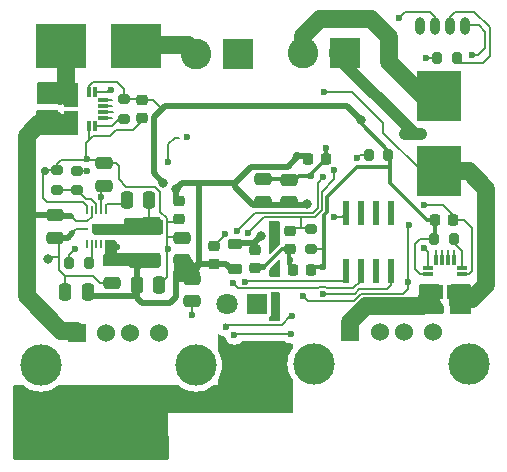
<source format=gbr>
%TF.GenerationSoftware,KiCad,Pcbnew,7.0.2*%
%TF.CreationDate,2023-05-21T15:20:29+02:00*%
%TF.ProjectId,5V DC Smart Socket,35562044-4320-4536-9d61-727420536f63,rev?*%
%TF.SameCoordinates,Original*%
%TF.FileFunction,Copper,L1,Top*%
%TF.FilePolarity,Positive*%
%FSLAX46Y46*%
G04 Gerber Fmt 4.6, Leading zero omitted, Abs format (unit mm)*
G04 Created by KiCad (PCBNEW 7.0.2) date 2023-05-21 15:20:29*
%MOMM*%
%LPD*%
G01*
G04 APERTURE LIST*
G04 Aperture macros list*
%AMRoundRect*
0 Rectangle with rounded corners*
0 $1 Rounding radius*
0 $2 $3 $4 $5 $6 $7 $8 $9 X,Y pos of 4 corners*
0 Add a 4 corners polygon primitive as box body*
4,1,4,$2,$3,$4,$5,$6,$7,$8,$9,$2,$3,0*
0 Add four circle primitives for the rounded corners*
1,1,$1+$1,$2,$3*
1,1,$1+$1,$4,$5*
1,1,$1+$1,$6,$7*
1,1,$1+$1,$8,$9*
0 Add four rect primitives between the rounded corners*
20,1,$1+$1,$2,$3,$4,$5,0*
20,1,$1+$1,$4,$5,$6,$7,0*
20,1,$1+$1,$6,$7,$8,$9,0*
20,1,$1+$1,$8,$9,$2,$3,0*%
G04 Aperture macros list end*
%TA.AperFunction,ComponentPad*%
%ADD10R,1.524000X1.524000*%
%TD*%
%TA.AperFunction,ComponentPad*%
%ADD11C,1.524000*%
%TD*%
%TA.AperFunction,ComponentPad*%
%ADD12C,3.500000*%
%TD*%
%TA.AperFunction,ComponentPad*%
%ADD13R,2.600000X2.600000*%
%TD*%
%TA.AperFunction,ComponentPad*%
%ADD14C,2.600000*%
%TD*%
%TA.AperFunction,SMDPad,CuDef*%
%ADD15R,0.650000X0.200000*%
%TD*%
%TA.AperFunction,SMDPad,CuDef*%
%ADD16R,0.200000X0.700000*%
%TD*%
%TA.AperFunction,SMDPad,CuDef*%
%ADD17R,1.100000X0.200000*%
%TD*%
%TA.AperFunction,SMDPad,CuDef*%
%ADD18RoundRect,0.200000X-0.275000X0.200000X-0.275000X-0.200000X0.275000X-0.200000X0.275000X0.200000X0*%
%TD*%
%TA.AperFunction,SMDPad,CuDef*%
%ADD19RoundRect,0.200000X0.275000X-0.200000X0.275000X0.200000X-0.275000X0.200000X-0.275000X-0.200000X0*%
%TD*%
%TA.AperFunction,SMDPad,CuDef*%
%ADD20RoundRect,0.200000X-0.200000X-0.275000X0.200000X-0.275000X0.200000X0.275000X-0.200000X0.275000X0*%
%TD*%
%TA.AperFunction,SMDPad,CuDef*%
%ADD21RoundRect,0.250000X1.075000X-0.375000X1.075000X0.375000X-1.075000X0.375000X-1.075000X-0.375000X0*%
%TD*%
%TA.AperFunction,SMDPad,CuDef*%
%ADD22RoundRect,0.250000X0.475000X-0.250000X0.475000X0.250000X-0.475000X0.250000X-0.475000X-0.250000X0*%
%TD*%
%TA.AperFunction,SMDPad,CuDef*%
%ADD23RoundRect,0.250000X0.250000X0.475000X-0.250000X0.475000X-0.250000X-0.475000X0.250000X-0.475000X0*%
%TD*%
%TA.AperFunction,SMDPad,CuDef*%
%ADD24RoundRect,0.250000X-0.250000X-0.475000X0.250000X-0.475000X0.250000X0.475000X-0.250000X0.475000X0*%
%TD*%
%TA.AperFunction,SMDPad,CuDef*%
%ADD25RoundRect,0.250000X-0.475000X0.250000X-0.475000X-0.250000X0.475000X-0.250000X0.475000X0.250000X0*%
%TD*%
%TA.AperFunction,SMDPad,CuDef*%
%ADD26R,3.810000X4.240000*%
%TD*%
%TA.AperFunction,SMDPad,CuDef*%
%ADD27RoundRect,0.225000X-0.250000X0.225000X-0.250000X-0.225000X0.250000X-0.225000X0.250000X0.225000X0*%
%TD*%
%TA.AperFunction,SMDPad,CuDef*%
%ADD28RoundRect,0.225000X-0.225000X-0.250000X0.225000X-0.250000X0.225000X0.250000X-0.225000X0.250000X0*%
%TD*%
%TA.AperFunction,ComponentPad*%
%ADD29R,1.800000X1.800000*%
%TD*%
%TA.AperFunction,ComponentPad*%
%ADD30C,1.800000*%
%TD*%
%TA.AperFunction,SMDPad,CuDef*%
%ADD31RoundRect,0.225000X0.250000X-0.225000X0.250000X0.225000X-0.250000X0.225000X-0.250000X-0.225000X0*%
%TD*%
%TA.AperFunction,SMDPad,CuDef*%
%ADD32R,0.850000X0.300000*%
%TD*%
%TA.AperFunction,SMDPad,CuDef*%
%ADD33R,0.300000X0.850000*%
%TD*%
%TA.AperFunction,SMDPad,CuDef*%
%ADD34R,0.800000X1.270000*%
%TD*%
%TA.AperFunction,SMDPad,CuDef*%
%ADD35RoundRect,0.218750X0.381250X-0.218750X0.381250X0.218750X-0.381250X0.218750X-0.381250X-0.218750X0*%
%TD*%
%TA.AperFunction,SMDPad,CuDef*%
%ADD36RoundRect,0.200000X0.200000X0.275000X-0.200000X0.275000X-0.200000X-0.275000X0.200000X-0.275000X0*%
%TD*%
%TA.AperFunction,SMDPad,CuDef*%
%ADD37R,4.240000X3.810000*%
%TD*%
%TA.AperFunction,SMDPad,CuDef*%
%ADD38RoundRect,0.041300X-0.253700X0.948700X-0.253700X-0.948700X0.253700X-0.948700X0.253700X0.948700X0*%
%TD*%
%TA.AperFunction,SMDPad,CuDef*%
%ADD39O,0.800000X1.500000*%
%TD*%
%TA.AperFunction,SMDPad,CuDef*%
%ADD40R,1.270000X0.800000*%
%TD*%
%TA.AperFunction,ViaPad*%
%ADD41C,0.600000*%
%TD*%
%TA.AperFunction,ViaPad*%
%ADD42C,0.800000*%
%TD*%
%TA.AperFunction,ViaPad*%
%ADD43C,0.700000*%
%TD*%
%TA.AperFunction,Conductor*%
%ADD44C,0.500000*%
%TD*%
%TA.AperFunction,Conductor*%
%ADD45C,0.150000*%
%TD*%
%TA.AperFunction,Conductor*%
%ADD46C,0.300000*%
%TD*%
%TA.AperFunction,Conductor*%
%ADD47C,1.500000*%
%TD*%
%TA.AperFunction,Conductor*%
%ADD48C,0.200000*%
%TD*%
%TA.AperFunction,Conductor*%
%ADD49C,1.000000*%
%TD*%
G04 APERTURE END LIST*
D10*
%TO.P,USB1,1,VBUS*%
%TO.N,USB1_V*%
X221250000Y-83650000D03*
D11*
%TO.P,USB1,2,D-*%
%TO.N,unconnected-(USB1-D--Pad2)*%
X223750000Y-83650000D03*
%TO.P,USB1,3,D+*%
%TO.N,unconnected-(USB1-D+-Pad3)*%
X225750000Y-83650000D03*
%TO.P,USB1,4,GND*%
%TO.N,USB1_GND*%
X228250000Y-83650000D03*
D12*
%TO.P,USB1,5,Shield*%
%TO.N,unconnected-(USB1-Shield-Pad5)*%
X218180000Y-86360000D03*
X231320000Y-86360000D03*
%TD*%
D13*
%TO.P,ST1,1,Pin_1*%
%TO.N,PLUG1_GND*%
X234870000Y-59980000D03*
D14*
%TO.P,ST1,2,Pin_2*%
%TO.N,Net-(ST1-Pin_2)*%
X231370000Y-59980000D03*
%TD*%
D10*
%TO.P,USB2,1,VBUS*%
%TO.N,USB2_V*%
X244410000Y-83562500D03*
D11*
%TO.P,USB2,2,D-*%
%TO.N,unconnected-(USB2-D--Pad2)*%
X246910000Y-83562500D03*
%TO.P,USB2,3,D+*%
%TO.N,unconnected-(USB2-D+-Pad3)*%
X248910000Y-83562500D03*
%TO.P,USB2,4,GND*%
%TO.N,USB2_GND*%
X251410000Y-83562500D03*
D12*
%TO.P,USB2,5,Shield*%
%TO.N,unconnected-(USB2-Shield-Pad5)*%
X241340000Y-86272500D03*
X254480000Y-86272500D03*
%TD*%
D13*
%TO.P,ST2,1,Pin_1*%
%TO.N,PLUG2_GND*%
X243920000Y-59970000D03*
D14*
%TO.P,ST2,2,Pin_2*%
%TO.N,Net-(ST2-Pin_2)*%
X240420000Y-59970000D03*
%TD*%
D15*
%TO.P,U2,16,SW*%
%TO.N,Net-(MPC7-Pad1)*%
X222900000Y-75120000D03*
%TO.P,U2,15,SW*%
X222900000Y-74520000D03*
D16*
%TO.P,U2,14,AGND*%
%TO.N,PLUG1_GND*%
X222100000Y-73240000D03*
%TO.P,U2,13,EN*%
%TO.N,USB1_V*%
X222500000Y-73240000D03*
%TO.P,U2,12,FB*%
%TO.N,Net-(U2-FB)*%
X222900000Y-73240000D03*
%TO.P,U2,11,VCC*%
%TO.N,MP_VCC*%
X223300000Y-73240000D03*
%TO.P,U2,10,BST*%
%TO.N,Net-(U2-BST)*%
X223700000Y-73240000D03*
D17*
%TO.P,U2,9,SW*%
%TO.N,Net-(MPC7-Pad1)*%
X224150000Y-74510000D03*
%TO.P,U2,8,SW*%
X224150000Y-75210000D03*
D16*
%TO.P,U2,7,VOUT*%
%TO.N,3V3*%
X223700000Y-76140000D03*
%TO.P,U2,6,MODE*%
%TO.N,unconnected-(U2-MODE-Pad6)*%
X223300000Y-76140000D03*
%TO.P,U2,5,NC*%
%TO.N,unconnected-(U2-NC-Pad5)*%
X222900000Y-76140000D03*
%TO.P,U2,4,PG*%
%TO.N,Net-(U2-PG)*%
X222500000Y-76140000D03*
%TO.P,U2,3,NC*%
%TO.N,unconnected-(U2-NC-Pad3)*%
X222100000Y-76140000D03*
D17*
%TO.P,U2,2,PGND*%
%TO.N,PLUG1_GND*%
X221650000Y-74860000D03*
%TO.P,U2,1,VIN*%
%TO.N,USB1_V*%
X221650000Y-74160000D03*
%TD*%
D18*
%TO.P,MPR9,2*%
%TO.N,Net-(U2-FB)*%
X219550000Y-71535000D03*
%TO.P,MPR9,1*%
%TO.N,PLUG1_GND*%
X219550000Y-69885000D03*
%TD*%
D19*
%TO.P,MPR8,2*%
%TO.N,3V3*%
X221290000Y-69900000D03*
%TO.P,MPR8,1*%
%TO.N,Net-(U2-FB)*%
X221290000Y-71550000D03*
%TD*%
D20*
%TO.P,MPR7,2*%
%TO.N,Net-(U2-PG)*%
X222245000Y-77720000D03*
%TO.P,MPR7,1*%
%TO.N,MP_VCC*%
X220595000Y-77720000D03*
%TD*%
D21*
%TO.P,MPL2,2,2*%
%TO.N,Net-(MPC7-Pad1)*%
X227000000Y-74680000D03*
%TO.P,MPL2,1,1*%
%TO.N,3V3*%
X227000000Y-77480000D03*
%TD*%
D22*
%TO.P,MPC10,2*%
%TO.N,3V3*%
X224190000Y-77480000D03*
%TO.P,MPC10,1*%
%TO.N,PLUG1_GND*%
X224190000Y-79380000D03*
%TD*%
D23*
%TO.P,MPC9,2*%
%TO.N,3V3*%
X226320000Y-79580000D03*
%TO.P,MPC9,1*%
%TO.N,PLUG1_GND*%
X228220000Y-79580000D03*
%TD*%
D24*
%TO.P,MPC8,2*%
%TO.N,3V3*%
X222160000Y-80140000D03*
%TO.P,MPC8,1*%
%TO.N,PLUG1_GND*%
X220260000Y-80140000D03*
%TD*%
D23*
%TO.P,MPC7,2*%
%TO.N,Net-(U2-BST)*%
X225460000Y-72420000D03*
%TO.P,MPC7,1*%
%TO.N,Net-(MPC7-Pad1)*%
X227360000Y-72420000D03*
%TD*%
D22*
%TO.P,MPC5,2*%
%TO.N,PLUG1_GND*%
X223590000Y-69290000D03*
%TO.P,MPC5,1*%
%TO.N,MP_VCC*%
X223590000Y-71190000D03*
%TD*%
D25*
%TO.P,MPC3,2*%
%TO.N,PLUG1_GND*%
X219380000Y-75590000D03*
%TO.P,MPC3,1*%
%TO.N,USB1_V*%
X219380000Y-73690000D03*
%TD*%
D26*
%TO.P,F2,1*%
%TO.N,PLUG2_V*%
X251890000Y-69970000D03*
%TO.P,F2,2*%
%TO.N,Net-(ST2-Pin_2)*%
X251890000Y-63590000D03*
%TD*%
D18*
%TO.P,ACS1R1,1*%
%TO.N,3V3*%
X225230000Y-63855000D03*
%TO.P,ACS1R1,2*%
%TO.N,Net-(U3-~{FAULT})*%
X225230000Y-65505000D03*
%TD*%
D27*
%TO.P,EC12,1*%
%TO.N,3V3*%
X229890000Y-72470000D03*
%TO.P,EC12,2*%
%TO.N,PLUG1_GND*%
X229890000Y-74020000D03*
%TD*%
D28*
%TO.P,ACS1C1,2*%
%TO.N,PLUG1_GND*%
X253115000Y-74090000D03*
%TO.P,ACS1C1,1*%
%TO.N,3V3*%
X251565000Y-74090000D03*
%TD*%
D25*
%TO.P,EC8,1*%
%TO.N,PLUG1_GND*%
X237000000Y-70640000D03*
%TO.P,EC8,2*%
%TO.N,3V3*%
X237000000Y-72540000D03*
%TD*%
D29*
%TO.P,REF\u002A\u002A,1*%
%TO.N,PLUG1_GND*%
X236500000Y-81180000D03*
D30*
%TO.P,REF\u002A\u002A,2*%
%TO.N,N/C*%
X233960000Y-81180000D03*
%TD*%
D31*
%TO.P,EC11,1*%
%TO.N,3V3*%
X232880000Y-77815000D03*
%TO.P,EC11,2*%
%TO.N,PLUG1_GND*%
X232880000Y-76265000D03*
%TD*%
D25*
%TO.P,EC7,1*%
%TO.N,3V3*%
X231000000Y-79050000D03*
%TO.P,EC7,2*%
%TO.N,PLUG1_GND*%
X231000000Y-80950000D03*
%TD*%
D27*
%TO.P,ACS1C2,1*%
%TO.N,3V3*%
X226790000Y-63915000D03*
%TO.P,ACS1C2,2*%
%TO.N,PLUG1_GND*%
X226790000Y-65465000D03*
%TD*%
D31*
%TO.P,EC5,1*%
%TO.N,PLUG1_GND*%
X239330000Y-76520000D03*
%TO.P,EC5,2*%
%TO.N,CHIP_EN*%
X239330000Y-74970000D03*
%TD*%
D32*
%TO.P,U4,12,VCC*%
%TO.N,3V3*%
X250950000Y-78650000D03*
%TO.P,U4,11,VIOUT*%
%TO.N,IO*%
X250950000Y-78150000D03*
D33*
%TO.P,U4,10,NC*%
%TO.N,unconnected-(U4-NC-Pad10)*%
X251650000Y-77450000D03*
%TO.P,U4,9,NC*%
X252150000Y-77450000D03*
%TO.P,U4,8,NC*%
X252650000Y-77450000D03*
%TO.P,U4,7,NC*%
X253150000Y-77450000D03*
D32*
%TO.P,U4,6,~{FAULT}*%
%TO.N,Net-(U4-~{FAULT})*%
X253850000Y-78150000D03*
%TO.P,U4,5,GND*%
%TO.N,PLUG1_GND*%
X253850000Y-78650000D03*
D34*
%TO.P,U4,3,IP\u2013*%
%TO.N,PLUG2_V*%
X252900000Y-80150000D03*
%TO.P,U4,1,IP+*%
%TO.N,USB2_V*%
X251900000Y-80150000D03*
%TD*%
D28*
%TO.P,AUC1,1*%
%TO.N,PLUG1_GND*%
X239535000Y-78330000D03*
%TO.P,AUC1,2*%
%TO.N,3V3*%
X241085000Y-78330000D03*
%TD*%
D22*
%TO.P,EC9,1*%
%TO.N,3V3*%
X230190000Y-77460000D03*
%TO.P,EC9,2*%
%TO.N,PLUG1_GND*%
X230190000Y-75560000D03*
%TD*%
D35*
%TO.P,L1,1,1*%
%TO.N,3V3*%
X234610000Y-78232500D03*
%TO.P,L1,2,2*%
%TO.N,Net-(EC14-Pad1)*%
X234610000Y-76107500D03*
%TD*%
D19*
%TO.P,ER5,1*%
%TO.N,3V3*%
X241120000Y-76520000D03*
%TO.P,ER5,2*%
%TO.N,CHIP_EN*%
X241120000Y-74870000D03*
%TD*%
D36*
%TO.P,ER7,1*%
%TO.N,3V3*%
X247605000Y-68540000D03*
%TO.P,ER7,2*%
%TO.N,ESP_GPIO0_BOOT-DTR*%
X245955000Y-68540000D03*
%TD*%
D27*
%TO.P,EC14,1*%
%TO.N,Net-(EC14-Pad1)*%
X236300000Y-76615000D03*
%TO.P,EC14,2*%
%TO.N,PLUG1_GND*%
X236300000Y-78165000D03*
%TD*%
D36*
%TO.P,ER6,1*%
%TO.N,TXD0*%
X253430000Y-60390000D03*
%TO.P,ER6,2*%
%TO.N,Net-(ESP32S1-U0TXD{slash}PROG{slash}GPIO43)*%
X251780000Y-60390000D03*
%TD*%
D28*
%TO.P,EC15,1*%
%TO.N,3V3*%
X240815000Y-68910000D03*
%TO.P,EC15,2*%
%TO.N,PLUG1_GND*%
X242365000Y-68910000D03*
%TD*%
D37*
%TO.P,F5,1*%
%TO.N,PLUG1_V*%
X219870000Y-59310000D03*
%TO.P,F5,2*%
%TO.N,Net-(ST1-Pin_2)*%
X226250000Y-59310000D03*
%TD*%
D38*
%TO.P,U1,1*%
%TO.N,N/C*%
X247860000Y-73490000D03*
%TO.P,U1,2*%
X246590000Y-73490000D03*
%TO.P,U1,3*%
X245320000Y-73490000D03*
%TO.P,U1,4,GND*%
%TO.N,PLUG1_GND*%
X244050000Y-73490000D03*
%TO.P,U1,5,SDA*%
%TO.N,GPIO8_I2C_SDA*%
X244050000Y-78430000D03*
%TO.P,U1,6,SCL*%
%TO.N,GPIO9_I2C_SCL*%
X245320000Y-78430000D03*
%TO.P,U1,7*%
%TO.N,N/C*%
X246590000Y-78430000D03*
%TO.P,U1,8,VCC*%
%TO.N,3V3*%
X247860000Y-78430000D03*
%TD*%
D25*
%TO.P,EC6,1*%
%TO.N,PLUG1_GND*%
X239230000Y-70670000D03*
%TO.P,EC6,2*%
%TO.N,3V3*%
X239230000Y-72570000D03*
%TD*%
D39*
%TO.P,ICSP1,1,Pin_1*%
%TO.N,unconnected-(ICSP1-Pin_1-Pad1)*%
X250315000Y-57620000D03*
%TO.P,ICSP1,2,Pin_2*%
%TO.N,PLUG1_GND*%
X251585000Y-57620000D03*
%TO.P,ICSP1,3,Pin_3*%
%TO.N,TXD0*%
X252855000Y-57620000D03*
%TO.P,ICSP1,4,Pin_4*%
%TO.N,RXD0*%
X254125000Y-57620000D03*
%TD*%
D20*
%TO.P,ACS1R2,2*%
%TO.N,Net-(U4-~{FAULT})*%
X253155000Y-75690000D03*
%TO.P,ACS1R2,1*%
%TO.N,3V3*%
X251505000Y-75690000D03*
%TD*%
D40*
%TO.P,U3,1,IP+*%
%TO.N,PLUG1_V*%
X220760000Y-64170000D03*
%TO.P,U3,3,IP\u2013*%
%TO.N,USB1_V*%
X220760000Y-65170000D03*
D33*
%TO.P,U3,5,GND*%
%TO.N,PLUG1_GND*%
X222260000Y-66120000D03*
%TO.P,U3,6,~{FAULT}*%
%TO.N,Net-(U3-~{FAULT})*%
X222760000Y-66120000D03*
D32*
%TO.P,U3,7,NC*%
%TO.N,unconnected-(U3-NC-Pad10)*%
X223460000Y-65420000D03*
%TO.P,U3,8,NC*%
X223460000Y-64920000D03*
%TO.P,U3,9,NC*%
X223460000Y-64420000D03*
%TO.P,U3,10,NC*%
X223460000Y-63920000D03*
D33*
%TO.P,U3,11,VIOUT*%
%TO.N,IO*%
X222760000Y-63220000D03*
%TO.P,U3,12,VCC*%
%TO.N,3V3*%
X222260000Y-63220000D03*
%TD*%
D41*
%TO.N,PLUG1_GND*%
X222140000Y-68870000D03*
%TO.N,USB_EN_IO05*%
X228970000Y-69190000D03*
%TO.N,3V3_EN_ADS2_IO21*%
X230570000Y-67070000D03*
D42*
%TO.N,PLUG1_GND*%
X234010000Y-85270000D03*
D41*
%TO.N,USB2_EN_IO05*%
X234600000Y-83830000D03*
%TO.N,IO*%
X233880000Y-83150000D03*
%TO.N,USB2_EN_IO05*%
X239370000Y-83730000D03*
%TO.N,IO*%
X239480000Y-82240000D03*
%TO.N,PLUG1_GND*%
X237040000Y-78080000D03*
X240380000Y-80480000D03*
X239280000Y-77430000D03*
%TO.N,3V3*%
X242060000Y-78030000D03*
X242060000Y-80334500D03*
%TO.N,PLUG1_GND*%
X249340000Y-74520000D03*
X249280000Y-79310000D03*
X231020000Y-82140000D03*
%TO.N,GPIO8_I2C_SDA*%
X235530000Y-79295500D03*
%TO.N,GPIO9_I2C_SCL*%
X234470000Y-79440000D03*
%TO.N,PLUG1_GND*%
X243030000Y-73820000D03*
X250670000Y-72810000D03*
%TO.N,IO*%
X224140000Y-63040000D03*
X250610000Y-76450000D03*
%TO.N,PLUG2_V*%
X242170000Y-63260000D03*
%TO.N,PLUG1_V*%
X220410000Y-62500000D03*
%TO.N,ESP_GPIO0_BOOT-DTR*%
X244960000Y-68830000D03*
%TO.N,PLUG1_GND*%
X228950000Y-76540000D03*
X233780000Y-75230000D03*
X242390000Y-67980000D03*
D42*
%TO.N,3V3*%
X245270000Y-65600000D03*
D41*
%TO.N,PLUG1_GND*%
X241040000Y-70330000D03*
D42*
%TO.N,3V3*%
X228570000Y-70934500D03*
D43*
X239910000Y-68700000D03*
D42*
X229650000Y-71480000D03*
X231330000Y-78070000D03*
X229910000Y-78460000D03*
X240770000Y-72740000D03*
%TO.N,Net-(EC14-Pad1)*%
X236810000Y-75430000D03*
D43*
%TO.N,PLUG1_GND*%
X218570000Y-69950000D03*
D42*
X218780000Y-77380000D03*
D41*
%TO.N,3V3*%
X222130000Y-69940000D03*
%TO.N,MP_VCC*%
X223260000Y-72100000D03*
%TO.N,3V3*%
X224640000Y-76380000D03*
%TO.N,MP_VCC*%
X221110000Y-76500000D03*
%TO.N,PLUG1_GND*%
X248560000Y-56960000D03*
%TO.N,CHIP_EN*%
X235770000Y-75200000D03*
X243034974Y-69854974D03*
%TO.N,Net-(ESP32S1-U0TXD{slash}PROG{slash}GPIO43)*%
X250800000Y-60390000D03*
%TO.N,ESP_GPIO0_BOOT-DTR*%
X234780000Y-75030000D03*
X242090000Y-70460000D03*
%TO.N,RXD0*%
X254750000Y-60130000D03*
D42*
%TO.N,PLUG2_GND*%
X249000000Y-66790000D03*
X250350000Y-66790000D03*
%TD*%
D44*
%TO.N,3V3*%
X227770000Y-65380000D02*
X228435000Y-64715000D01*
X227770000Y-70134500D02*
X227770000Y-65380000D01*
X228570000Y-70934500D02*
X227770000Y-70134500D01*
D45*
%TO.N,USB_EN_IO05*%
X229530000Y-67110000D02*
X229870000Y-67110000D01*
X228970000Y-67670000D02*
X229530000Y-67110000D01*
X228970000Y-69190000D02*
X228970000Y-67670000D01*
%TO.N,PLUG1_GND*%
X224530000Y-66450000D02*
X226030000Y-66450000D01*
X224020000Y-66960000D02*
X224530000Y-66450000D01*
X222600000Y-66960000D02*
X224020000Y-66960000D01*
X226030000Y-66450000D02*
X226790000Y-65690000D01*
X222100000Y-67460000D02*
X222600000Y-66960000D01*
X226790000Y-65690000D02*
X226790000Y-65465000D01*
D44*
%TO.N,3V3*%
X230195500Y-70934500D02*
X230680000Y-70934500D01*
X229670000Y-71460000D02*
X230195500Y-70934500D01*
X229670000Y-72250000D02*
X229670000Y-71460000D01*
X229890000Y-72470000D02*
X229670000Y-72250000D01*
D45*
X242150000Y-76520000D02*
X242170000Y-76540000D01*
X241120000Y-76520000D02*
X242150000Y-76520000D01*
D46*
X242170000Y-73666014D02*
X242170000Y-76540000D01*
X242170000Y-76540000D02*
X242170000Y-77920000D01*
D45*
%TO.N,IO*%
X239320000Y-82240000D02*
X238600000Y-82960000D01*
X238600000Y-82960000D02*
X233880000Y-82960000D01*
X239480000Y-82240000D02*
X239320000Y-82240000D01*
X233880000Y-82960000D02*
X233830000Y-82910000D01*
%TO.N,USB2_EN_IO05*%
X234680000Y-83750000D02*
X234600000Y-83830000D01*
X239350000Y-83750000D02*
X234680000Y-83750000D01*
X239370000Y-83730000D02*
X239350000Y-83750000D01*
%TO.N,GPIO9_I2C_SCL*%
X245320000Y-79200000D02*
X245320000Y-78430000D01*
X242408673Y-79870000D02*
X244650000Y-79870000D01*
X241821827Y-79759500D02*
X242298173Y-79759500D01*
X241711327Y-79870000D02*
X241821827Y-79759500D01*
X234900000Y-79870000D02*
X241711327Y-79870000D01*
X234470000Y-79440000D02*
X234900000Y-79870000D01*
X244650000Y-79870000D02*
X245320000Y-79200000D01*
X242298173Y-79759500D02*
X242408673Y-79870000D01*
%TO.N,GPIO8_I2C_SDA*%
X235530000Y-79295500D02*
X235625500Y-79200000D01*
X235625500Y-79200000D02*
X243940000Y-79200000D01*
X243940000Y-79200000D02*
X244050000Y-79090000D01*
X244050000Y-79090000D02*
X244050000Y-78430000D01*
%TO.N,PLUG1_GND*%
X236955000Y-78165000D02*
X237040000Y-78080000D01*
X236300000Y-78165000D02*
X236955000Y-78165000D01*
D44*
%TO.N,Net-(EC14-Pad1)*%
X236300000Y-75940000D02*
X236810000Y-75430000D01*
X236300000Y-76615000D02*
X236300000Y-75940000D01*
X236192500Y-76507500D02*
X236192500Y-76047500D01*
X236300000Y-76615000D02*
X236192500Y-76507500D01*
D45*
%TO.N,PLUG1_GND*%
X240800000Y-80960000D02*
X240320000Y-80480000D01*
X245310000Y-80330000D02*
X244680000Y-80960000D01*
X248850000Y-80330000D02*
X245310000Y-80330000D01*
X249280000Y-79900000D02*
X248850000Y-80330000D01*
X244680000Y-80960000D02*
X240800000Y-80960000D01*
X249280000Y-78610000D02*
X249280000Y-79900000D01*
%TO.N,3V3*%
X247860000Y-79620000D02*
X247860000Y-78430000D01*
X247540000Y-79940000D02*
X247860000Y-79620000D01*
X245175000Y-79940000D02*
X247540000Y-79940000D01*
X244815000Y-80300000D02*
X245175000Y-79940000D01*
X242094500Y-80300000D02*
X244815000Y-80300000D01*
X242060000Y-80334500D02*
X242094500Y-80300000D01*
D46*
X242010000Y-78080000D02*
X241085000Y-78080000D01*
X242415000Y-72135000D02*
X242415000Y-73421014D01*
X244950000Y-69600000D02*
X242415000Y-72135000D01*
X242415000Y-73421014D02*
X242170000Y-73666014D01*
X242170000Y-77920000D02*
X242010000Y-78080000D01*
X247800000Y-69600000D02*
X244950000Y-69600000D01*
D45*
X241135000Y-78030000D02*
X241085000Y-78080000D01*
X242060000Y-78030000D02*
X241135000Y-78030000D01*
%TO.N,PLUG1_GND*%
X249280000Y-78610000D02*
X249280000Y-74540000D01*
X249280000Y-79310000D02*
X249280000Y-78610000D01*
X243720000Y-73820000D02*
X244050000Y-73490000D01*
X243030000Y-73820000D02*
X243720000Y-73820000D01*
D47*
%TO.N,USB2_V*%
X245750000Y-81400000D02*
X244410000Y-82740000D01*
X244410000Y-82740000D02*
X244410000Y-83562500D01*
X250440000Y-81400000D02*
X245750000Y-81400000D01*
X251290000Y-80550000D02*
X250440000Y-81400000D01*
D45*
%TO.N,PLUG1_GND*%
X249280000Y-74540000D02*
X249380000Y-74440000D01*
X254070000Y-74090000D02*
X253115000Y-74090000D01*
X254730000Y-74750000D02*
X254070000Y-74090000D01*
X254450000Y-78650000D02*
X254730000Y-78370000D01*
X254730000Y-78370000D02*
X254730000Y-74750000D01*
X253850000Y-78650000D02*
X254450000Y-78650000D01*
X222100000Y-67460000D02*
X222010000Y-67550000D01*
X222260000Y-67300000D02*
X222100000Y-67460000D01*
D48*
X222030000Y-69000000D02*
X219870000Y-69000000D01*
D45*
X222010000Y-68980000D02*
X222030000Y-69000000D01*
D48*
X223300000Y-69000000D02*
X222030000Y-69000000D01*
D45*
X222260000Y-66120000D02*
X222260000Y-67300000D01*
X222010000Y-67550000D02*
X222010000Y-68980000D01*
X231000000Y-82120000D02*
X231020000Y-82140000D01*
X231000000Y-80950000D02*
X231000000Y-82120000D01*
D46*
X239240000Y-77785000D02*
X239535000Y-78080000D01*
X239240000Y-76610000D02*
X239240000Y-77785000D01*
X239330000Y-76520000D02*
X239240000Y-76610000D01*
X237035000Y-78135000D02*
X238650000Y-76520000D01*
X236640000Y-78135000D02*
X237035000Y-78135000D01*
X238650000Y-76520000D02*
X239330000Y-76520000D01*
D48*
%TO.N,CHIP_EN*%
X240220000Y-73905000D02*
X240200000Y-73885000D01*
X240200000Y-74720000D02*
X240220000Y-74700000D01*
X240220000Y-74700000D02*
X240220000Y-73905000D01*
D45*
%TO.N,PLUG1_GND*%
X253115000Y-74090000D02*
X253115000Y-73645000D01*
X253115000Y-73645000D02*
X252280000Y-72810000D01*
X252280000Y-72810000D02*
X250640000Y-72810000D01*
D46*
%TO.N,3V3*%
X250920000Y-74090000D02*
X251565000Y-74090000D01*
X247800000Y-70970000D02*
X250920000Y-74090000D01*
X247800000Y-69600000D02*
X247800000Y-70970000D01*
X247800000Y-68420000D02*
X247800000Y-69600000D01*
X245270000Y-65890000D02*
X247800000Y-68420000D01*
X245270000Y-65600000D02*
X245270000Y-65890000D01*
D48*
%TO.N,IO*%
X250960000Y-76800000D02*
X250610000Y-76450000D01*
X250960000Y-78140000D02*
X250960000Y-76800000D01*
%TO.N,3V3*%
X250340000Y-75670000D02*
X251595000Y-75670000D01*
X249880000Y-78255000D02*
X249880000Y-76130000D01*
X250265000Y-78640000D02*
X249880000Y-78255000D01*
X249880000Y-76130000D02*
X250340000Y-75670000D01*
X250960000Y-78640000D02*
X250265000Y-78640000D01*
%TO.N,PLUG2_V*%
X244520000Y-63230000D02*
X242280000Y-63230000D01*
X247170000Y-65880000D02*
X244520000Y-63230000D01*
X247170000Y-66690000D02*
X247170000Y-65880000D01*
X250450000Y-69970000D02*
X247170000Y-66690000D01*
X251890000Y-69970000D02*
X250450000Y-69970000D01*
D44*
%TO.N,3V3*%
X244100000Y-64430000D02*
X228720000Y-64430000D01*
X245270000Y-65600000D02*
X244100000Y-64430000D01*
X228720000Y-64430000D02*
X228435000Y-64715000D01*
D48*
%TO.N,ESP_GPIO0_BOOT-DTR*%
X245250000Y-68540000D02*
X244960000Y-68830000D01*
X245955000Y-68540000D02*
X245250000Y-68540000D01*
%TO.N,3V3*%
X247620000Y-68525000D02*
X247605000Y-68540000D01*
D45*
%TO.N,CHIP_EN*%
X237070000Y-73860000D02*
X235770000Y-75160000D01*
X241374974Y-73860000D02*
X237070000Y-73860000D01*
X241990000Y-71670000D02*
X241990000Y-73244974D01*
X235770000Y-75160000D02*
X235770000Y-75200000D01*
X243034974Y-70625026D02*
X241990000Y-71670000D01*
X241990000Y-73244974D02*
X241374974Y-73860000D01*
X243034974Y-69854974D02*
X243034974Y-70625026D01*
%TO.N,ESP_GPIO0_BOOT-DTR*%
X234840000Y-75030000D02*
X234780000Y-75030000D01*
X236360000Y-73510000D02*
X234840000Y-75030000D01*
X241230000Y-73510000D02*
X236360000Y-73510000D01*
X241640000Y-73100000D02*
X241230000Y-73510000D01*
X241640000Y-70910000D02*
X241640000Y-73100000D01*
X242090000Y-70460000D02*
X241640000Y-70910000D01*
D48*
%TO.N,3V3*%
X227680000Y-63910000D02*
X228435000Y-64665000D01*
X228435000Y-64665000D02*
X228435000Y-64715000D01*
X226795000Y-63910000D02*
X227680000Y-63910000D01*
X226790000Y-63915000D02*
X226795000Y-63910000D01*
X226730000Y-63855000D02*
X226790000Y-63915000D01*
X225230000Y-63855000D02*
X226730000Y-63855000D01*
%TO.N,CHIP_EN*%
X240410000Y-74720000D02*
X241240000Y-74720000D01*
X239490000Y-74720000D02*
X240410000Y-74720000D01*
%TO.N,3V3*%
X240990000Y-76735000D02*
X241040000Y-76685000D01*
D46*
X251565000Y-75630000D02*
X251505000Y-75690000D01*
X251565000Y-74090000D02*
X251565000Y-75630000D01*
D48*
%TO.N,PLUG1_GND*%
X233780000Y-75230000D02*
X233780000Y-75365000D01*
X233780000Y-75365000D02*
X232880000Y-76265000D01*
D46*
X242370000Y-67870000D02*
X242365000Y-67875000D01*
X242365000Y-68910000D02*
X242365000Y-67875000D01*
X240935000Y-70340000D02*
X242365000Y-68910000D01*
X240040000Y-70340000D02*
X240935000Y-70340000D01*
X239230000Y-70670000D02*
X239710000Y-70670000D01*
X239710000Y-70670000D02*
X240040000Y-70340000D01*
D44*
%TO.N,3V3*%
X239140000Y-69550000D02*
X239850000Y-68840000D01*
X234610000Y-70934500D02*
X235994500Y-69550000D01*
X235994500Y-69550000D02*
X239140000Y-69550000D01*
X239850000Y-68840000D02*
X239910000Y-68700000D01*
X230680000Y-70934500D02*
X234610000Y-70934500D01*
X234610000Y-71270000D02*
X234610000Y-70934500D01*
X236130000Y-72790000D02*
X234610000Y-71270000D01*
X240720000Y-72790000D02*
X236130000Y-72790000D01*
X240770000Y-72740000D02*
X240720000Y-72790000D01*
X231564500Y-70934500D02*
X230680000Y-70934500D01*
X231580000Y-70950000D02*
X231564500Y-70934500D01*
X231580000Y-76440000D02*
X231580000Y-70950000D01*
D48*
%TO.N,PLUG1_GND*%
X228867500Y-74240000D02*
X229892500Y-74240000D01*
X228290000Y-72860000D02*
X228290000Y-73360000D01*
X228290000Y-71680000D02*
X228290000Y-72860000D01*
X228860000Y-75540000D02*
X230170000Y-75540000D01*
X230170000Y-75540000D02*
X230190000Y-75560000D01*
X228860000Y-75540000D02*
X228860000Y-78940000D01*
X228860000Y-73930000D02*
X228860000Y-75540000D01*
D46*
X239200000Y-70640000D02*
X239230000Y-70670000D01*
X237000000Y-70640000D02*
X239200000Y-70640000D01*
D44*
%TO.N,3V3*%
X240815000Y-68990000D02*
X240775000Y-69030000D01*
X239910000Y-68700000D02*
X240605000Y-68700000D01*
X240815000Y-68910000D02*
X240815000Y-68990000D01*
X231580000Y-76440000D02*
X231580000Y-72680000D01*
X231580000Y-77820000D02*
X231580000Y-76440000D01*
D48*
%TO.N,PLUG1_GND*%
X228860000Y-78940000D02*
X228220000Y-79580000D01*
X225430000Y-71270000D02*
X227880000Y-71270000D01*
X227880000Y-71270000D02*
X228290000Y-71680000D01*
X224790000Y-70630000D02*
X225430000Y-71270000D01*
X224790000Y-69540000D02*
X224790000Y-70630000D01*
X228290000Y-73360000D02*
X228860000Y-73930000D01*
X224540000Y-69290000D02*
X224790000Y-69540000D01*
X223590000Y-69290000D02*
X224540000Y-69290000D01*
D44*
%TO.N,3V3*%
X231330000Y-78070000D02*
X231580000Y-77820000D01*
X233845000Y-77815000D02*
X232880000Y-77815000D01*
X234192500Y-78162500D02*
X233845000Y-77815000D01*
X234740000Y-78162500D02*
X234192500Y-78162500D01*
X232855000Y-77840000D02*
X232880000Y-77815000D01*
X231560000Y-77840000D02*
X232855000Y-77840000D01*
X231330000Y-78070000D02*
X231560000Y-77840000D01*
X230940000Y-78460000D02*
X231330000Y-78070000D01*
X229910000Y-78460000D02*
X230940000Y-78460000D01*
%TO.N,Net-(EC14-Pad1)*%
X234890000Y-76047500D02*
X236192500Y-76047500D01*
%TO.N,3V3*%
X229910000Y-78200000D02*
X230190000Y-77920000D01*
X229910000Y-78460000D02*
X229910000Y-78200000D01*
X229650000Y-78460000D02*
X229910000Y-78460000D01*
X230190000Y-78240000D02*
X230190000Y-77920000D01*
X231000000Y-79050000D02*
X230190000Y-78240000D01*
X230990000Y-79040000D02*
X231000000Y-79050000D01*
X229610000Y-79040000D02*
X229610000Y-78500000D01*
X229610000Y-80610000D02*
X229610000Y-79040000D01*
X229610000Y-79040000D02*
X230990000Y-79040000D01*
X230190000Y-77920000D02*
X230190000Y-77460000D01*
X229120000Y-81100000D02*
X229610000Y-80610000D01*
X226730000Y-81100000D02*
X229120000Y-81100000D01*
X226320000Y-80690000D02*
X226730000Y-81100000D01*
X229610000Y-78500000D02*
X229650000Y-78460000D01*
X226320000Y-79580000D02*
X226320000Y-80690000D01*
X222570000Y-80550000D02*
X226320000Y-80550000D01*
X226320000Y-80550000D02*
X226320000Y-79580000D01*
X222160000Y-80140000D02*
X222570000Y-80550000D01*
D47*
%TO.N,PLUG1_V*%
X220360000Y-59800000D02*
X219830000Y-59270000D01*
X220360000Y-63540000D02*
X220360000Y-59800000D01*
%TO.N,Net-(ST1-Pin_2)*%
X230660000Y-59270000D02*
X231370000Y-59980000D01*
X225034303Y-59270000D02*
X230660000Y-59270000D01*
%TO.N,Net-(ST2-Pin_2)*%
X250530000Y-63580000D02*
X251680000Y-63580000D01*
X247640000Y-60690000D02*
X250530000Y-63580000D01*
X241850000Y-57100000D02*
X246160000Y-57100000D01*
X246160000Y-57100000D02*
X247640000Y-58580000D01*
X247640000Y-58580000D02*
X247640000Y-60690000D01*
X240420000Y-58530000D02*
X241850000Y-57100000D01*
X240420000Y-59970000D02*
X240420000Y-58530000D01*
D48*
%TO.N,PLUG1_GND*%
X219550000Y-69320000D02*
X219550000Y-69885000D01*
X219870000Y-69000000D02*
X219550000Y-69320000D01*
X223590000Y-69290000D02*
X223300000Y-69000000D01*
X218420000Y-70100000D02*
X218570000Y-69950000D01*
X218420000Y-72190000D02*
X218420000Y-70100000D01*
X218750000Y-72520000D02*
X218420000Y-72190000D01*
X222100000Y-72885686D02*
X221734314Y-72520000D01*
X222100000Y-73240000D02*
X222100000Y-72885686D01*
X221734314Y-72520000D02*
X218750000Y-72520000D01*
X218840000Y-69950000D02*
X218905000Y-69885000D01*
X218570000Y-69950000D02*
X218840000Y-69950000D01*
X218905000Y-69885000D02*
X219550000Y-69885000D01*
%TO.N,Net-(U2-FB)*%
X221620000Y-71840000D02*
X221620000Y-71835000D01*
X221620000Y-71835000D02*
X221320000Y-71535000D01*
X222070000Y-72290000D02*
X221620000Y-71840000D01*
X222900000Y-72720000D02*
X222470000Y-72290000D01*
X222470000Y-72290000D02*
X222070000Y-72290000D01*
X222900000Y-73240000D02*
X222900000Y-72720000D01*
X221320000Y-71535000D02*
X219550000Y-71535000D01*
D47*
%TO.N,USB1_V*%
X217010000Y-80520000D02*
X217010000Y-73650000D01*
X219932500Y-83442500D02*
X217010000Y-80520000D01*
X221190000Y-83442500D02*
X219932500Y-83442500D01*
D48*
%TO.N,PLUG1_GND*%
X218720000Y-77380000D02*
X218690000Y-77410000D01*
X218780000Y-77380000D02*
X218720000Y-77380000D01*
X218780000Y-77320000D02*
X218780000Y-77380000D01*
X218870000Y-77230000D02*
X218780000Y-77320000D01*
X219720000Y-77230000D02*
X219720000Y-75930000D01*
X219720000Y-77230000D02*
X218870000Y-77230000D01*
X219720000Y-78270000D02*
X219720000Y-77230000D01*
D44*
%TO.N,USB1_V*%
X217050000Y-73690000D02*
X217010000Y-73650000D01*
X219380000Y-73690000D02*
X217050000Y-73690000D01*
D47*
X217010000Y-73650000D02*
X217010000Y-66940000D01*
D48*
%TO.N,PLUG1_GND*%
X222620000Y-78810000D02*
X220260000Y-78810000D01*
X223190000Y-79380000D02*
X222620000Y-78810000D01*
X224190000Y-79380000D02*
X223190000Y-79380000D01*
X220260000Y-78810000D02*
X219720000Y-78270000D01*
X220260000Y-79050000D02*
X220260000Y-78810000D01*
X219720000Y-75930000D02*
X219380000Y-75590000D01*
D45*
%TO.N,Net-(MPC7-Pad1)*%
X223570000Y-75120000D02*
X222900000Y-75120000D01*
X223660000Y-75210000D02*
X223570000Y-75120000D01*
X224150000Y-75210000D02*
X223660000Y-75210000D01*
X224140000Y-74520000D02*
X224150000Y-74510000D01*
X222900000Y-74520000D02*
X224140000Y-74520000D01*
X226830000Y-74510000D02*
X227000000Y-74680000D01*
X224150000Y-74510000D02*
X226830000Y-74510000D01*
D48*
%TO.N,PLUG1_GND*%
X220260000Y-80140000D02*
X220260000Y-79050000D01*
D44*
%TO.N,3V3*%
X226320000Y-78160000D02*
X227000000Y-77480000D01*
X226320000Y-79580000D02*
X226320000Y-78160000D01*
D48*
X222115000Y-69925000D02*
X222130000Y-69940000D01*
X221290000Y-69925000D02*
X222115000Y-69925000D01*
%TO.N,MP_VCC*%
X223300000Y-71700000D02*
X223490000Y-71510000D01*
X223300000Y-73240000D02*
X223300000Y-71700000D01*
D45*
%TO.N,3V3*%
X224190000Y-76780000D02*
X224190000Y-77480000D01*
X224590000Y-76380000D02*
X224190000Y-76780000D01*
X224640000Y-76380000D02*
X224590000Y-76380000D01*
D48*
%TO.N,MP_VCC*%
X220595000Y-77015000D02*
X221110000Y-76500000D01*
X220595000Y-77720000D02*
X220595000Y-77015000D01*
%TO.N,Net-(U2-PG)*%
X222500000Y-77365000D02*
X222145000Y-77720000D01*
X222145000Y-77720000D02*
X221925000Y-77720000D01*
X222500000Y-76140000D02*
X222500000Y-77365000D01*
D45*
%TO.N,3V3*%
X223700000Y-76990000D02*
X223700000Y-76140000D01*
X224190000Y-77480000D02*
X223700000Y-76990000D01*
X224190000Y-77470000D02*
X224190000Y-77480000D01*
D48*
%TO.N,USB1_V*%
X222500000Y-73790000D02*
X222500000Y-73240000D01*
X222130000Y-74160000D02*
X222500000Y-73790000D01*
X221650000Y-74160000D02*
X222130000Y-74160000D01*
%TO.N,Net-(MPC7-Pad1)*%
X227360000Y-74320000D02*
X227000000Y-74680000D01*
X227360000Y-72420000D02*
X227360000Y-74320000D01*
%TO.N,Net-(U2-BST)*%
X225180000Y-72700000D02*
X225460000Y-72420000D01*
X223830000Y-72700000D02*
X225180000Y-72700000D01*
X223700000Y-72830000D02*
X223830000Y-72700000D01*
X223700000Y-73240000D02*
X223700000Y-72830000D01*
%TO.N,MP_VCC*%
X221150000Y-76540000D02*
X221170000Y-76540000D01*
X221110000Y-76500000D02*
X221150000Y-76540000D01*
D44*
%TO.N,PLUG1_GND*%
X220480000Y-75590000D02*
X220880000Y-75190000D01*
X219380000Y-75590000D02*
X220480000Y-75590000D01*
%TO.N,USB1_V*%
X219450000Y-73760000D02*
X220770000Y-73760000D01*
X219380000Y-73690000D02*
X219450000Y-73760000D01*
D48*
%TO.N,PLUG1_GND*%
X221210000Y-74860000D02*
X220880000Y-75190000D01*
X221650000Y-74860000D02*
X221210000Y-74860000D01*
%TO.N,USB1_V*%
X221170000Y-74160000D02*
X220770000Y-73760000D01*
X221650000Y-74160000D02*
X221170000Y-74160000D01*
D45*
%TO.N,Net-(MPC7-Pad1)*%
X222900000Y-74520000D02*
X222900000Y-75120000D01*
X224150000Y-74510000D02*
X224150000Y-75210000D01*
%TO.N,PLUG1_GND*%
X251585000Y-56875000D02*
X251190000Y-56480000D01*
X249040000Y-56480000D02*
X248560000Y-56960000D01*
X251190000Y-56480000D02*
X249040000Y-56480000D01*
X251585000Y-57620000D02*
X251585000Y-56875000D01*
D48*
%TO.N,3V3*%
X222580000Y-62390000D02*
X224650000Y-62390000D01*
X222260000Y-62710000D02*
X222580000Y-62390000D01*
X225230000Y-62970000D02*
X225230000Y-63855000D01*
X224650000Y-62390000D02*
X225230000Y-62970000D01*
X222260000Y-63220000D02*
X222260000Y-62710000D01*
D45*
%TO.N,TXD0*%
X252845000Y-56905000D02*
X253290000Y-56460000D01*
X253290000Y-56460000D02*
X254900000Y-56460000D01*
X253790500Y-60750500D02*
X253430000Y-60390000D01*
X254900000Y-56460000D02*
X256200000Y-57760000D01*
X255649500Y-60750500D02*
X253790500Y-60750500D01*
X252845000Y-57795000D02*
X252845000Y-56905000D01*
X256200000Y-57760000D02*
X256200000Y-60200000D01*
X256200000Y-60200000D02*
X255649500Y-60750500D01*
%TO.N,Net-(ESP32S1-U0TXD{slash}PROG{slash}GPIO43)*%
X250800000Y-60390000D02*
X251780000Y-60390000D01*
%TO.N,RXD0*%
X254750000Y-60130000D02*
X255230000Y-60130000D01*
X255265000Y-57540000D02*
X254370000Y-57540000D01*
X255230000Y-60130000D02*
X255850000Y-59510000D01*
X255850000Y-58125000D02*
X255265000Y-57540000D01*
X254370000Y-57540000D02*
X254115000Y-57795000D01*
X255850000Y-59510000D02*
X255850000Y-58125000D01*
D47*
%TO.N,USB1_V*%
X217980000Y-65970000D02*
X219520000Y-65970000D01*
X217010000Y-66940000D02*
X217980000Y-65970000D01*
%TO.N,PLUG2_V*%
X255910000Y-71430000D02*
X255910000Y-79600000D01*
X255910000Y-79600000D02*
X254710000Y-80800000D01*
X254440000Y-69960000D02*
X255910000Y-71430000D01*
X251680000Y-69960000D02*
X254440000Y-69960000D01*
X254710000Y-80800000D02*
X253620000Y-80800000D01*
D49*
%TO.N,PLUG2_GND*%
X249000000Y-66790000D02*
X250350000Y-66790000D01*
X249850000Y-66790000D02*
X243150000Y-60090000D01*
X250350000Y-66790000D02*
X249850000Y-66790000D01*
X243150000Y-60090000D02*
X243150000Y-59790000D01*
D47*
%TO.N,Net-(ST2-Pin_2)*%
X252460000Y-64360000D02*
X252460000Y-64720000D01*
X251680000Y-63580000D02*
X252460000Y-64360000D01*
D48*
%TO.N,IO*%
X222760000Y-63220000D02*
X223780000Y-63220000D01*
X223780000Y-63220000D02*
X224020000Y-62980000D01*
%TO.N,Net-(U3-~{FAULT})*%
X222760000Y-66120000D02*
X224200000Y-66120000D01*
X224815000Y-65505000D02*
X225230000Y-65505000D01*
X224200000Y-66120000D02*
X224815000Y-65505000D01*
%TO.N,Net-(U4-~{FAULT})*%
X253860000Y-78140000D02*
X253860000Y-76700000D01*
X253860000Y-76700000D02*
X253245000Y-76085000D01*
%TO.N,unconnected-(U3-NC-Pad10)*%
X223170000Y-65410000D02*
X224270000Y-65410000D01*
X223150000Y-64420000D02*
X224250000Y-64420000D01*
X223190000Y-64920000D02*
X224290000Y-64920000D01*
X223170000Y-63910000D02*
X224270000Y-63910000D01*
%TO.N,unconnected-(U4-NC-Pad10)*%
X253150000Y-77730000D02*
X253150000Y-76630000D01*
X251650000Y-77730000D02*
X251650000Y-76630000D01*
X252660000Y-77710000D02*
X252660000Y-76610000D01*
X252160000Y-77750000D02*
X252160000Y-76650000D01*
%TD*%
%TA.AperFunction,Conductor*%
%TO.N,PLUG1_V*%
G36*
X221257643Y-62458954D02*
G01*
X221324512Y-62479210D01*
X221369814Y-62532403D01*
X221380582Y-62582359D01*
X221388022Y-64144910D01*
X221368656Y-64212042D01*
X221316071Y-64258048D01*
X221264023Y-64269500D01*
X220080439Y-64269500D01*
X220080420Y-64269500D01*
X220077128Y-64269501D01*
X220073848Y-64269853D01*
X220073840Y-64269854D01*
X220017513Y-64275909D01*
X219896969Y-64320869D01*
X219827278Y-64325853D01*
X219818309Y-64323548D01*
X219743829Y-64301410D01*
X219601477Y-64280462D01*
X217985585Y-64275112D01*
X217918611Y-64255206D01*
X217873032Y-64202251D01*
X217861997Y-64150538D01*
X217869421Y-62554477D01*
X217889416Y-62487534D01*
X217942433Y-62442025D01*
X217994474Y-62431063D01*
X221257643Y-62458954D01*
G37*
%TD.AperFunction*%
%TD*%
%TA.AperFunction,Conductor*%
%TO.N,PLUG2_V*%
G36*
X254575357Y-79539949D02*
G01*
X254621363Y-79592534D01*
X254632811Y-79643590D01*
X254650823Y-81895008D01*
X254631675Y-81962203D01*
X254579239Y-82008379D01*
X254526827Y-82020000D01*
X252929500Y-82020000D01*
X252862461Y-82000315D01*
X252816706Y-81947511D01*
X252805500Y-81896000D01*
X252805500Y-81325315D01*
X252805500Y-81322554D01*
X252797468Y-81232802D01*
X252789650Y-81189469D01*
X252765812Y-81102572D01*
X252763196Y-81097782D01*
X252748344Y-81029510D01*
X252755844Y-80995027D01*
X252794091Y-80892483D01*
X252800500Y-80832873D01*
X252800499Y-79652125D01*
X252820184Y-79585087D01*
X252872987Y-79539332D01*
X252923904Y-79528127D01*
X254508226Y-79520583D01*
X254575357Y-79539949D01*
G37*
%TD.AperFunction*%
%TD*%
%TA.AperFunction,Conductor*%
%TO.N,USB1_V*%
G36*
X219599807Y-64785960D02*
G01*
X219666776Y-64805865D01*
X219698657Y-64835647D01*
X219767451Y-64927544D01*
X219767454Y-64927546D01*
X219882669Y-65013796D01*
X220017517Y-65064091D01*
X220077127Y-65070500D01*
X221247920Y-65070499D01*
X221314959Y-65090184D01*
X221360714Y-65142987D01*
X221371919Y-65193909D01*
X221379413Y-66767580D01*
X221360048Y-66834712D01*
X221307462Y-66880718D01*
X221255760Y-66892170D01*
X217924346Y-66901475D01*
X217857252Y-66881977D01*
X217811350Y-66829301D01*
X217800000Y-66777475D01*
X217800000Y-64904410D01*
X217819685Y-64837371D01*
X217872489Y-64791616D01*
X217924406Y-64780412D01*
X219599807Y-64785960D01*
G37*
%TD.AperFunction*%
%TD*%
%TA.AperFunction,Conductor*%
%TO.N,USB2_V*%
G36*
X251942042Y-79531389D02*
G01*
X251988048Y-79583974D01*
X251999500Y-79636022D01*
X251999500Y-80829560D01*
X251999500Y-80829578D01*
X251999501Y-80832872D01*
X252005909Y-80892483D01*
X252056204Y-81027331D01*
X252142454Y-81142546D01*
X252250312Y-81223288D01*
X252292182Y-81279221D01*
X252300000Y-81322554D01*
X252300000Y-81895421D01*
X252280315Y-81962460D01*
X252227511Y-82008215D01*
X252175423Y-82019420D01*
X250275926Y-82010585D01*
X250208979Y-81990588D01*
X250163470Y-81937572D01*
X250152528Y-81884097D01*
X250165797Y-81223287D01*
X250197571Y-79640930D01*
X250218597Y-79574302D01*
X250272309Y-79529616D01*
X250320951Y-79519424D01*
X251874914Y-79512024D01*
X251942042Y-79531389D01*
G37*
%TD.AperFunction*%
%TD*%
%TA.AperFunction,Conductor*%
%TO.N,PLUG1_GND*%
G36*
X233365679Y-83772747D02*
G01*
X233365908Y-83772383D01*
X233368404Y-83773951D01*
X233373518Y-83776211D01*
X233376791Y-83779221D01*
X233377738Y-83779816D01*
X233530478Y-83875789D01*
X233700745Y-83935368D01*
X233714965Y-83936970D01*
X233779378Y-83964035D01*
X233818123Y-84019235D01*
X233874209Y-84179519D01*
X233970185Y-84332264D01*
X234097735Y-84459814D01*
X234097737Y-84459815D01*
X234097738Y-84459816D01*
X234250478Y-84555789D01*
X234420745Y-84615368D01*
X234600000Y-84635565D01*
X234779255Y-84615368D01*
X234949522Y-84555789D01*
X235102262Y-84459816D01*
X235106291Y-84455787D01*
X235200260Y-84361819D01*
X235261583Y-84328334D01*
X235287941Y-84325500D01*
X238782059Y-84325500D01*
X238849098Y-84345185D01*
X238865543Y-84358437D01*
X238899837Y-84379985D01*
X239020478Y-84455789D01*
X239190745Y-84515368D01*
X239325186Y-84530515D01*
X239369999Y-84535565D01*
X239369999Y-84535564D01*
X239370000Y-84535565D01*
X239413480Y-84530666D01*
X239482302Y-84542720D01*
X239533682Y-84590069D01*
X239551364Y-84654342D01*
X239550598Y-84862572D01*
X239530667Y-84929539D01*
X239529702Y-84931006D01*
X239389082Y-85141461D01*
X239389075Y-85141473D01*
X239386828Y-85144836D01*
X239385040Y-85148459D01*
X239385031Y-85148477D01*
X239258144Y-85405780D01*
X239258141Y-85405786D01*
X239256348Y-85409423D01*
X239255044Y-85413262D01*
X239255042Y-85413269D01*
X239162823Y-85684933D01*
X239162818Y-85684949D01*
X239161519Y-85688778D01*
X239160728Y-85692750D01*
X239160726Y-85692761D01*
X239144879Y-85772433D01*
X239103966Y-85978120D01*
X239084671Y-86272500D01*
X239103966Y-86566880D01*
X239104757Y-86570861D01*
X239104758Y-86570862D01*
X239160726Y-86852238D01*
X239160728Y-86852245D01*
X239161519Y-86856222D01*
X239162819Y-86860053D01*
X239162823Y-86860066D01*
X239191221Y-86943722D01*
X239256348Y-87135577D01*
X239258141Y-87139213D01*
X239258144Y-87139220D01*
X239385032Y-87396525D01*
X239385038Y-87396536D01*
X239386828Y-87400165D01*
X239389086Y-87403544D01*
X239389087Y-87403546D01*
X239519387Y-87598556D01*
X239540265Y-87665233D01*
X239540284Y-87667902D01*
X239530491Y-90331863D01*
X239510560Y-90398829D01*
X239457588Y-90444390D01*
X239405307Y-90455401D01*
X233315608Y-90397219D01*
X233262077Y-90380943D01*
X233330000Y-90380000D01*
X233330000Y-88030000D01*
X233220817Y-88030179D01*
X233215666Y-87612883D01*
X233234521Y-87545610D01*
X233236511Y-87542531D01*
X233273172Y-87487665D01*
X233403652Y-87223077D01*
X233498481Y-86943722D01*
X233556034Y-86654380D01*
X233575329Y-86360000D01*
X233556034Y-86065620D01*
X233498481Y-85776278D01*
X233403652Y-85496923D01*
X233273172Y-85232336D01*
X233205073Y-85130418D01*
X233184196Y-85063744D01*
X233184193Y-85063573D01*
X233169487Y-83872446D01*
X233188343Y-83805172D01*
X233240578Y-83758769D01*
X233309609Y-83747973D01*
X233365679Y-83772747D01*
G37*
%TD.AperFunction*%
%TD*%
%TA.AperFunction,Conductor*%
%TO.N,PLUG1_GND*%
G36*
X233330000Y-90380000D02*
G01*
X233262073Y-90380943D01*
X229010000Y-90440000D01*
X229028466Y-94234899D01*
X229009108Y-94302031D01*
X228956528Y-94348042D01*
X228904468Y-94359500D01*
X215993500Y-94359500D01*
X215926461Y-94339815D01*
X215880706Y-94287011D01*
X215869500Y-94235500D01*
X215869500Y-88182529D01*
X215889185Y-88115490D01*
X215941989Y-88069735D01*
X215993293Y-88058529D01*
X216655454Y-88057439D01*
X216722524Y-88077013D01*
X216737415Y-88088211D01*
X216803984Y-88146591D01*
X216803990Y-88146595D01*
X216807043Y-88149273D01*
X217052335Y-88313172D01*
X217055968Y-88314963D01*
X217055974Y-88314967D01*
X217313279Y-88441855D01*
X217316923Y-88443652D01*
X217516992Y-88511566D01*
X217592433Y-88537176D01*
X217592435Y-88537176D01*
X217596278Y-88538481D01*
X217885620Y-88596034D01*
X218180000Y-88615329D01*
X218474380Y-88596034D01*
X218763722Y-88538481D01*
X219043077Y-88443652D01*
X219307665Y-88313172D01*
X219552957Y-88149273D01*
X219628317Y-88083183D01*
X219691695Y-88053782D01*
X219709850Y-88052413D01*
X229770847Y-88035856D01*
X229837913Y-88055429D01*
X229852801Y-88066625D01*
X229947043Y-88149273D01*
X230192335Y-88313172D01*
X230195968Y-88314963D01*
X230195974Y-88314967D01*
X230453279Y-88441855D01*
X230456923Y-88443652D01*
X230656992Y-88511566D01*
X230732433Y-88537176D01*
X230732435Y-88537176D01*
X230736278Y-88538481D01*
X231025620Y-88596034D01*
X231320000Y-88615329D01*
X231614380Y-88596034D01*
X231903722Y-88538481D01*
X232183077Y-88443652D01*
X232447665Y-88313172D01*
X232692957Y-88149273D01*
X232793020Y-88061519D01*
X232856399Y-88032118D01*
X232874553Y-88030749D01*
X233330000Y-88030000D01*
X233330000Y-90380000D01*
G37*
%TD.AperFunction*%
%TD*%
%TA.AperFunction,Conductor*%
%TO.N,Net-(MPC7-Pad1)*%
G36*
X228292156Y-73862187D02*
G01*
X228313740Y-73879421D01*
X228473181Y-74038862D01*
X228506666Y-74100185D01*
X228509500Y-74126543D01*
X228509500Y-75180488D01*
X228489815Y-75247527D01*
X228437011Y-75293282D01*
X228409691Y-75302105D01*
X228381980Y-75307617D01*
X228357789Y-75310000D01*
X222782211Y-75310000D01*
X222758020Y-75307617D01*
X222730309Y-75302105D01*
X222717656Y-75299588D01*
X222672956Y-75281072D01*
X222649086Y-75265122D01*
X222614877Y-75230913D01*
X222598927Y-75207043D01*
X222580412Y-75162346D01*
X222572381Y-75121971D01*
X222570000Y-75097789D01*
X222570000Y-74632210D01*
X222572381Y-74608029D01*
X222580412Y-74567651D01*
X222598927Y-74522956D01*
X222614877Y-74499086D01*
X222649086Y-74464877D01*
X222672956Y-74448927D01*
X222717653Y-74430412D01*
X222758027Y-74422381D01*
X222782211Y-74420000D01*
X225040002Y-74420000D01*
X225240000Y-74420000D01*
X225240000Y-74084435D01*
X225244177Y-74052523D01*
X225257994Y-74000643D01*
X225289742Y-73945270D01*
X225315715Y-73919062D01*
X225370796Y-73886817D01*
X225422552Y-73872531D01*
X225454421Y-73868067D01*
X228224947Y-73843108D01*
X228292156Y-73862187D01*
G37*
%TD.AperFunction*%
%TD*%
%TA.AperFunction,Conductor*%
%TO.N,3V3*%
G36*
X224449118Y-75794184D02*
G01*
X224501041Y-75808026D01*
X224556445Y-75839826D01*
X224582652Y-75865833D01*
X224614875Y-75920993D01*
X224629113Y-75972807D01*
X224633541Y-76004716D01*
X224638476Y-76650719D01*
X224638477Y-76650722D01*
X224640000Y-76850000D01*
X224839284Y-76849189D01*
X224839285Y-76849190D01*
X227098787Y-76840005D01*
X227100013Y-76840004D01*
X227101213Y-76840010D01*
X227803483Y-76845673D01*
X228125374Y-76848269D01*
X228157272Y-76852709D01*
X228209066Y-76866961D01*
X228264201Y-76899189D01*
X228290198Y-76925396D01*
X228321983Y-76980791D01*
X228335818Y-77032702D01*
X228340000Y-77064635D01*
X228340000Y-77897004D01*
X228337606Y-77921252D01*
X228329539Y-77961708D01*
X228310936Y-78006499D01*
X228294918Y-78030397D01*
X228260566Y-78064620D01*
X228236608Y-78080548D01*
X228191745Y-78098982D01*
X228184438Y-78100411D01*
X228151261Y-78106896D01*
X228127008Y-78109198D01*
X225789468Y-78100411D01*
X225722503Y-78080475D01*
X225680000Y-78031049D01*
X225680000Y-77970000D01*
X224924405Y-77973403D01*
X223673149Y-77979039D01*
X223648880Y-77976752D01*
X223608369Y-77968860D01*
X223563482Y-77950445D01*
X223539506Y-77934523D01*
X223505119Y-77900291D01*
X223489087Y-77876385D01*
X223470470Y-77831580D01*
X223462396Y-77791106D01*
X223460000Y-77766848D01*
X223460000Y-77085991D01*
X223479685Y-77018952D01*
X223532489Y-76973197D01*
X223536572Y-76971420D01*
X223540002Y-76970000D01*
X223620000Y-76970000D01*
X223615219Y-76658326D01*
X223633872Y-76590996D01*
X223635964Y-76587748D01*
X223650500Y-76514674D01*
X223650500Y-75923600D01*
X223670185Y-75856561D01*
X223705006Y-75820904D01*
X223707102Y-75819485D01*
X223752170Y-75800612D01*
X223765617Y-75797910D01*
X223792904Y-75792429D01*
X223817327Y-75790000D01*
X224417177Y-75790000D01*
X224449118Y-75794184D01*
G37*
%TD.AperFunction*%
%TD*%
%TA.AperFunction,Conductor*%
%TO.N,3V3*%
G36*
X230210099Y-77265312D02*
G01*
X230791476Y-77277340D01*
X230822820Y-77282039D01*
X230873740Y-77296518D01*
X230927880Y-77328483D01*
X230965151Y-77366073D01*
X230984408Y-77391250D01*
X231642862Y-78528580D01*
X231659004Y-78556462D01*
X231666210Y-78571036D01*
X231676879Y-78596729D01*
X231685294Y-78628058D01*
X231688934Y-78655637D01*
X231690000Y-78671862D01*
X231690000Y-79056842D01*
X231687603Y-79081104D01*
X231679527Y-79121581D01*
X231660910Y-79166383D01*
X231644879Y-79190288D01*
X231610490Y-79224522D01*
X231586515Y-79240443D01*
X231541628Y-79258857D01*
X231514716Y-79264099D01*
X231501117Y-79266748D01*
X231476853Y-79269034D01*
X231218293Y-79267865D01*
X231148798Y-79267550D01*
X229694330Y-79260969D01*
X229662446Y-79256650D01*
X229610641Y-79242606D01*
X229555425Y-79210627D01*
X229535077Y-79190288D01*
X229529337Y-79184550D01*
X229497336Y-79129355D01*
X229483263Y-79077541D01*
X229478933Y-79045667D01*
X229471082Y-77467605D01*
X229473419Y-77443026D01*
X229481504Y-77402001D01*
X229500381Y-77356613D01*
X229516683Y-77332459D01*
X229551712Y-77297975D01*
X229576122Y-77282052D01*
X229621802Y-77263890D01*
X229662951Y-77256451D01*
X229687559Y-77254501D01*
X230210099Y-77265312D01*
G37*
%TD.AperFunction*%
%TD*%
%TA.AperFunction,Conductor*%
%TO.N,GND*%
G36*
X238387187Y-80215185D02*
G01*
X238432942Y-80267989D01*
X238444145Y-80320207D01*
X238431597Y-82511210D01*
X238411529Y-82578136D01*
X238358464Y-82623588D01*
X238307599Y-82634500D01*
X237625619Y-82634500D01*
X237558580Y-82614815D01*
X237512825Y-82562011D01*
X237501621Y-82509873D01*
X237502286Y-82378578D01*
X237522308Y-82311643D01*
X237557393Y-82276107D01*
X237580601Y-82260601D01*
X237635966Y-82177740D01*
X237650500Y-82104674D01*
X237650500Y-80319500D01*
X237670185Y-80252461D01*
X237722989Y-80206706D01*
X237774500Y-80195500D01*
X238320148Y-80195500D01*
X238387187Y-80215185D01*
G37*
%TD.AperFunction*%
%TA.AperFunction,Conductor*%
G36*
X238379193Y-77459710D02*
G01*
X238435127Y-77501581D01*
X238459544Y-77567046D01*
X238459858Y-77576602D01*
X238453131Y-78751210D01*
X238433063Y-78818136D01*
X238379998Y-78863588D01*
X238329133Y-78874500D01*
X237643195Y-78874500D01*
X237576156Y-78854815D01*
X237530401Y-78802011D01*
X237519197Y-78751273D01*
X237516959Y-78392488D01*
X237526396Y-78344262D01*
X237576329Y-78223711D01*
X237576328Y-78223711D01*
X237576330Y-78223709D01*
X237580485Y-78192143D01*
X237608749Y-78128250D01*
X237615731Y-78120660D01*
X238248183Y-77488208D01*
X238309502Y-77454726D01*
X238379193Y-77459710D01*
G37*
%TD.AperFunction*%
%TA.AperFunction,Conductor*%
G36*
X238421608Y-74205185D02*
G01*
X238467363Y-74257989D01*
X238478566Y-74310208D01*
X238476173Y-74728011D01*
X238468385Y-76087767D01*
X238448317Y-76154693D01*
X238424026Y-76176546D01*
X238425544Y-76178064D01*
X238389095Y-76214512D01*
X238389091Y-76214516D01*
X237718693Y-76884912D01*
X237657370Y-76918397D01*
X237587678Y-76913413D01*
X237531745Y-76871541D01*
X237507328Y-76806077D01*
X237507014Y-76798027D01*
X237491499Y-74310272D01*
X237510765Y-74243112D01*
X237563283Y-74197029D01*
X237615497Y-74185500D01*
X238354569Y-74185500D01*
X238421608Y-74205185D01*
G37*
%TD.AperFunction*%
%TD*%
M02*

</source>
